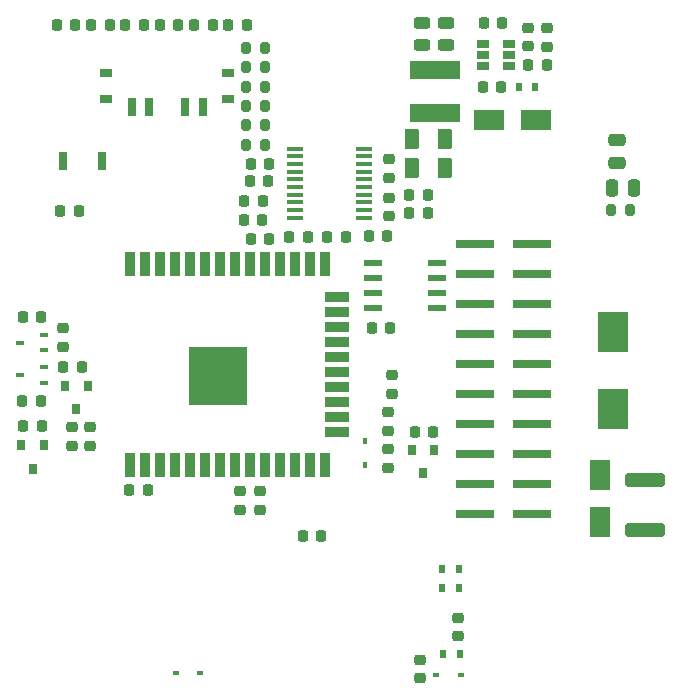
<source format=gbr>
%TF.GenerationSoftware,KiCad,Pcbnew,8.0.3*%
%TF.CreationDate,2024-09-27T14:44:27+02:00*%
%TF.ProjectId,KXKM_ESP32_battery_management_board,4b584b4d-5f45-4535-9033-325f62617474,3.2*%
%TF.SameCoordinates,PX623a7c0PY839b680*%
%TF.FileFunction,Paste,Top*%
%TF.FilePolarity,Positive*%
%FSLAX46Y46*%
G04 Gerber Fmt 4.6, Leading zero omitted, Abs format (unit mm)*
G04 Created by KiCad (PCBNEW 8.0.3) date 2024-09-27 14:44:27*
%MOMM*%
%LPD*%
G01*
G04 APERTURE LIST*
G04 Aperture macros list*
%AMRoundRect*
0 Rectangle with rounded corners*
0 $1 Rounding radius*
0 $2 $3 $4 $5 $6 $7 $8 $9 X,Y pos of 4 corners*
0 Add a 4 corners polygon primitive as box body*
4,1,4,$2,$3,$4,$5,$6,$7,$8,$9,$2,$3,0*
0 Add four circle primitives for the rounded corners*
1,1,$1+$1,$2,$3*
1,1,$1+$1,$4,$5*
1,1,$1+$1,$6,$7*
1,1,$1+$1,$8,$9*
0 Add four rect primitives between the rounded corners*
20,1,$1+$1,$2,$3,$4,$5,0*
20,1,$1+$1,$4,$5,$6,$7,0*
20,1,$1+$1,$6,$7,$8,$9,0*
20,1,$1+$1,$8,$9,$2,$3,0*%
G04 Aperture macros list end*
%ADD10R,3.200000X0.800000*%
%ADD11RoundRect,0.218750X-0.218750X-0.256250X0.218750X-0.256250X0.218750X0.256250X-0.218750X0.256250X0*%
%ADD12RoundRect,0.218750X-0.256250X0.218750X-0.256250X-0.218750X0.256250X-0.218750X0.256250X0.218750X0*%
%ADD13RoundRect,0.218750X0.218750X0.256250X-0.218750X0.256250X-0.218750X-0.256250X0.218750X-0.256250X0*%
%ADD14RoundRect,0.218750X0.256250X-0.218750X0.256250X0.218750X-0.256250X0.218750X-0.256250X-0.218750X0*%
%ADD15R,1.450000X0.450000*%
%ADD16R,2.500000X3.500000*%
%ADD17R,1.000000X0.800000*%
%ADD18R,0.700000X1.500000*%
%ADD19RoundRect,0.249998X-1.450002X0.312502X-1.450002X-0.312502X1.450002X-0.312502X1.450002X0.312502X0*%
%ADD20R,2.500000X1.800000*%
%ADD21R,0.600000X0.700000*%
%ADD22R,1.060000X0.650000*%
%ADD23RoundRect,0.243750X0.456250X-0.243750X0.456250X0.243750X-0.456250X0.243750X-0.456250X-0.243750X0*%
%ADD24R,1.800000X2.500000*%
%ADD25RoundRect,0.250000X0.375000X0.625000X-0.375000X0.625000X-0.375000X-0.625000X0.375000X-0.625000X0*%
%ADD26R,0.450000X0.600000*%
%ADD27R,1.550000X0.600000*%
%ADD28R,0.800000X0.900000*%
%ADD29R,0.900000X2.000000*%
%ADD30R,2.000000X0.900000*%
%ADD31R,5.000000X5.000000*%
%ADD32R,4.200000X1.500000*%
%ADD33R,0.700000X0.450000*%
%ADD34RoundRect,0.250000X0.250000X0.475000X-0.250000X0.475000X-0.250000X-0.475000X0.250000X-0.475000X0*%
%ADD35R,0.600000X0.450000*%
%ADD36RoundRect,0.200000X0.200000X0.275000X-0.200000X0.275000X-0.200000X-0.275000X0.200000X-0.275000X0*%
%ADD37RoundRect,0.200000X-0.200000X-0.275000X0.200000X-0.275000X0.200000X0.275000X-0.200000X0.275000X0*%
%ADD38RoundRect,0.250000X-0.475000X0.250000X-0.475000X-0.250000X0.475000X-0.250000X0.475000X0.250000X0*%
%ADD39R,0.800000X1.520000*%
G04 APERTURE END LIST*
D10*
%TO.C,J3*%
X44650000Y14820000D03*
X39850000Y14820000D03*
X44650000Y17360000D03*
X39850000Y17360000D03*
X44650000Y19900000D03*
X39850000Y19900000D03*
X44650000Y22440000D03*
X39850000Y22440000D03*
X44650000Y24980000D03*
X39850000Y24980000D03*
X44650000Y27520000D03*
X39850000Y27520000D03*
X44650000Y30060000D03*
X39850000Y30060000D03*
X44650000Y32600000D03*
X39850000Y32600000D03*
X44650000Y35140000D03*
X39850000Y35140000D03*
X44650000Y37680000D03*
X39850000Y37680000D03*
%TD*%
D11*
%TO.C,C26*%
X40562500Y56400000D03*
X42137500Y56400000D03*
%TD*%
%TO.C,R10*%
X44337500Y52875000D03*
X45912500Y52875000D03*
%TD*%
D12*
%TO.C,R9*%
X44325000Y56012500D03*
X44325000Y54437500D03*
%TD*%
%TO.C,C8*%
X45925000Y55987500D03*
X45925000Y54412500D03*
%TD*%
D13*
%TO.C,R24*%
X25677500Y38300000D03*
X24102500Y38300000D03*
%TD*%
D11*
%TO.C,R25*%
X27322500Y38290000D03*
X28897500Y38290000D03*
%TD*%
D14*
%TO.C,R12*%
X32458200Y18746900D03*
X32458200Y20321900D03*
%TD*%
%TO.C,R7*%
X32780000Y25002500D03*
X32780000Y26577500D03*
%TD*%
D15*
%TO.C,U7*%
X24550000Y45775000D03*
X24550000Y45125000D03*
X24550000Y44475000D03*
X24550000Y43825000D03*
X24550000Y43175000D03*
X24550000Y42525000D03*
X24550000Y41875000D03*
X24550000Y41225000D03*
X24550000Y40575000D03*
X24550000Y39925000D03*
X30450000Y39925000D03*
X30450000Y40575000D03*
X30450000Y41225000D03*
X30450000Y41875000D03*
X30450000Y42525000D03*
X30450000Y43175000D03*
X30450000Y43825000D03*
X30450000Y44475000D03*
X30450000Y45125000D03*
X30450000Y45775000D03*
%TD*%
D13*
%TO.C,D7*%
X11787500Y56250000D03*
X10212500Y56250000D03*
%TD*%
%TO.C,D6*%
X8887500Y56250000D03*
X7312500Y56250000D03*
%TD*%
%TO.C,D5*%
X5987500Y56250000D03*
X4412500Y56250000D03*
%TD*%
%TO.C,D9*%
X17587500Y56250000D03*
X16012500Y56250000D03*
%TD*%
%TO.C,D8*%
X14687500Y56250000D03*
X13112500Y56250000D03*
%TD*%
%TO.C,D10*%
X20487500Y56250000D03*
X18912500Y56250000D03*
%TD*%
%TO.C,C24*%
X22298300Y43004000D03*
X20723300Y43004000D03*
%TD*%
D14*
%TO.C,C23*%
X32500000Y43312500D03*
X32500000Y44887500D03*
%TD*%
D13*
%TO.C,C22*%
X21862500Y41310000D03*
X20287500Y41310000D03*
%TD*%
D11*
%TO.C,C3*%
X31062500Y30600000D03*
X32637500Y30600000D03*
%TD*%
D16*
%TO.C,C6*%
X51533600Y23752000D03*
X51533600Y30252000D03*
%TD*%
D17*
%TO.C,SW4*%
X18900000Y49970000D03*
X18900000Y52180000D03*
X8600000Y49970000D03*
X8600000Y52180000D03*
D18*
X16750000Y49320000D03*
X15250000Y49320000D03*
X12250000Y49320000D03*
X10750000Y49320000D03*
%TD*%
D19*
%TO.C,F1*%
X54226000Y17760300D03*
X54226000Y13485300D03*
%TD*%
D11*
%TO.C,R11*%
X30812500Y38400000D03*
X32387500Y38400000D03*
%TD*%
%TO.C,C1*%
X1452500Y24370000D03*
X3027500Y24370000D03*
%TD*%
%TO.C,R16*%
X34236100Y41886400D03*
X35811100Y41886400D03*
%TD*%
D13*
%TO.C,R15*%
X35811100Y40362400D03*
X34236100Y40362400D03*
%TD*%
D20*
%TO.C,D3*%
X41000000Y48175000D03*
X45000000Y48175000D03*
%TD*%
D21*
%TO.C,D12*%
X43525000Y50975000D03*
X44925000Y50975000D03*
%TD*%
D22*
%TO.C,U3*%
X42650000Y52750000D03*
X42650000Y53700000D03*
X42650000Y54650000D03*
X40450000Y54650000D03*
X40450000Y53700000D03*
X40450000Y52750000D03*
%TD*%
D23*
%TO.C,C9*%
X37350000Y54562500D03*
X37350000Y56437500D03*
%TD*%
D12*
%TO.C,C21*%
X32500000Y41637500D03*
X32500000Y40062500D03*
%TD*%
D24*
%TO.C,D11*%
X50365200Y18181600D03*
X50365200Y14181600D03*
%TD*%
D25*
%TO.C,C4*%
X37250000Y44125000D03*
X34450000Y44125000D03*
%TD*%
%TO.C,C5*%
X37250000Y46625000D03*
X34450000Y46625000D03*
%TD*%
D26*
%TO.C,D13*%
X30500000Y18950000D03*
X30500000Y21050000D03*
%TD*%
D27*
%TO.C,U2*%
X36600000Y32295000D03*
X36600000Y33565000D03*
X36600000Y34835000D03*
X36600000Y36105000D03*
X31200000Y36105000D03*
X31200000Y34835000D03*
X31200000Y33565000D03*
X31200000Y32295000D03*
%TD*%
D23*
%TO.C,C10*%
X35300000Y54537500D03*
X35300000Y56412500D03*
%TD*%
D11*
%TO.C,R21*%
X34712500Y21750000D03*
X36287500Y21750000D03*
%TD*%
D13*
%TO.C,C7*%
X42037500Y51000000D03*
X40462500Y51000000D03*
%TD*%
D11*
%TO.C,R17*%
X4924500Y27256000D03*
X6499500Y27256000D03*
%TD*%
%TO.C,R31*%
X25212500Y13000000D03*
X26787500Y13000000D03*
%TD*%
D28*
%TO.C,Q4*%
X7020000Y25716000D03*
X5120000Y25716000D03*
X6070000Y23716000D03*
%TD*%
D11*
%TO.C,R18*%
X1572500Y22280000D03*
X3147500Y22280000D03*
%TD*%
D28*
%TO.C,Q5*%
X3310000Y20650000D03*
X1410000Y20650000D03*
X2360000Y18650000D03*
%TD*%
D12*
%TO.C,R20*%
X5679600Y22201500D03*
X5679600Y20626500D03*
%TD*%
D28*
%TO.C,Q6*%
X36380000Y20271000D03*
X34480000Y20271000D03*
X35430000Y18271000D03*
%TD*%
D12*
%TO.C,R19*%
X7236000Y22201500D03*
X7236000Y20626500D03*
%TD*%
D14*
%TO.C,R22*%
X32458200Y21871100D03*
X32458200Y23446100D03*
%TD*%
D13*
%TO.C,R2*%
X6287500Y40500000D03*
X4712500Y40500000D03*
%TD*%
D11*
%TO.C,R27*%
X20832500Y38140000D03*
X22407500Y38140000D03*
%TD*%
D13*
%TO.C,C2*%
X12113000Y16842000D03*
X10538000Y16842000D03*
%TD*%
D12*
%TO.C,R3*%
X19950000Y16787500D03*
X19950000Y15212500D03*
%TD*%
%TO.C,R4*%
X21600000Y16787500D03*
X21600000Y15212500D03*
%TD*%
D29*
%TO.C,U1*%
X10595000Y19000000D03*
X11865000Y19000000D03*
X13135000Y19000000D03*
X14405000Y19000000D03*
X15675000Y19000000D03*
X16945000Y19000000D03*
X18215000Y19000000D03*
X19485000Y19000000D03*
X20755000Y19000000D03*
X22025000Y19000000D03*
X23295000Y19000000D03*
X24565000Y19000000D03*
X25835000Y19000000D03*
X27105000Y19000000D03*
D30*
X28105000Y21785000D03*
X28105000Y23055000D03*
X28105000Y24325000D03*
X28105000Y25595000D03*
X28105000Y26865000D03*
X28105000Y28135000D03*
X28105000Y29405000D03*
X28105000Y30675000D03*
X28105000Y31945000D03*
X28105000Y33215000D03*
D29*
X27105000Y36000000D03*
X25835000Y36000000D03*
X24565000Y36000000D03*
X23295000Y36000000D03*
X22025000Y36000000D03*
X20755000Y36000000D03*
X19485000Y36000000D03*
X18215000Y36000000D03*
X16945000Y36000000D03*
X15675000Y36000000D03*
X14405000Y36000000D03*
X13135000Y36000000D03*
X11865000Y36000000D03*
X10595000Y36000000D03*
D31*
X18095000Y26500000D03*
%TD*%
D32*
%TO.C,L1*%
X36400000Y48825000D03*
X36400000Y52425000D03*
%TD*%
D33*
%TO.C,Q1*%
X3320000Y28710000D03*
X3320000Y30010000D03*
X1320000Y29360000D03*
%TD*%
%TO.C,Q2*%
X3320000Y25960000D03*
X3320000Y27260000D03*
X1320000Y26610000D03*
%TD*%
D11*
%TO.C,R6*%
X1532500Y31540000D03*
X3107500Y31540000D03*
%TD*%
D12*
%TO.C,R5*%
X4950000Y30583500D03*
X4950000Y29008500D03*
%TD*%
D34*
%TO.C,C11*%
X53271000Y42445200D03*
X51371000Y42445200D03*
%TD*%
D35*
%TO.C,D14*%
X36513600Y1170200D03*
X38613600Y1170200D03*
%TD*%
D11*
%TO.C,R26*%
X20237500Y39775000D03*
X21812500Y39775000D03*
%TD*%
D36*
%TO.C,R33*%
X22065000Y47746000D03*
X20415000Y47746000D03*
%TD*%
D37*
%TO.C,R34*%
X20415000Y46110000D03*
X22065000Y46110000D03*
%TD*%
%TO.C,R35*%
X20415000Y49382000D03*
X22065000Y49382000D03*
%TD*%
%TO.C,R36*%
X20415000Y54290000D03*
X22065000Y54290000D03*
%TD*%
D36*
%TO.C,R37*%
X22065000Y52654000D03*
X20415000Y52654000D03*
%TD*%
D37*
%TO.C,R38*%
X20415000Y51018000D03*
X22065000Y51018000D03*
%TD*%
D13*
%TO.C,R23*%
X22397500Y44470000D03*
X20822500Y44470000D03*
%TD*%
D12*
%TO.C,R8*%
X35176000Y2516500D03*
X35176000Y941500D03*
%TD*%
D21*
%TO.C,D15*%
X38543000Y2999000D03*
X37143000Y2999000D03*
%TD*%
%TO.C,D1*%
X38416000Y10212600D03*
X37016000Y10212600D03*
%TD*%
D37*
%TO.C,R28*%
X51292800Y40616400D03*
X52942800Y40616400D03*
%TD*%
D38*
%TO.C,C12*%
X51863800Y46468600D03*
X51863800Y44568600D03*
%TD*%
D21*
%TO.C,D4*%
X38441400Y8561600D03*
X37041400Y8561600D03*
%TD*%
D12*
%TO.C,R1*%
X38351000Y6072500D03*
X38351000Y4497500D03*
%TD*%
D35*
%TO.C,D2*%
X16566400Y1348000D03*
X14466400Y1348000D03*
%TD*%
D39*
%TO.C,SW1*%
X4930000Y44730000D03*
X8230000Y44730000D03*
%TD*%
M02*

</source>
